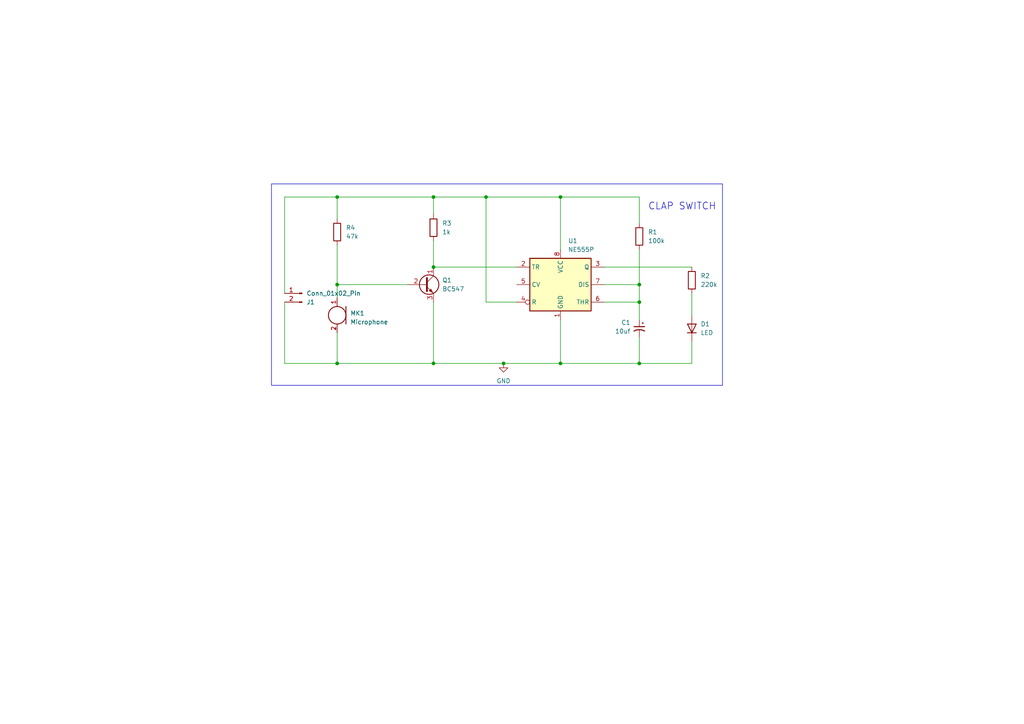
<source format=kicad_sch>
(kicad_sch
	(version 20231120)
	(generator "eeschema")
	(generator_version "8.0")
	(uuid "3a64b0db-5bee-44ff-89c7-ad03389b058d")
	(paper "A4")
	(lib_symbols
		(symbol "Connector:Conn_01x02_Pin"
			(pin_names
				(offset 1.016) hide)
			(exclude_from_sim no)
			(in_bom yes)
			(on_board yes)
			(property "Reference" "J"
				(at 0 2.54 0)
				(effects
					(font
						(size 1.27 1.27)
					)
				)
			)
			(property "Value" "Conn_01x02_Pin"
				(at 0 -5.08 0)
				(effects
					(font
						(size 1.27 1.27)
					)
				)
			)
			(property "Footprint" ""
				(at 0 0 0)
				(effects
					(font
						(size 1.27 1.27)
					)
					(hide yes)
				)
			)
			(property "Datasheet" "~"
				(at 0 0 0)
				(effects
					(font
						(size 1.27 1.27)
					)
					(hide yes)
				)
			)
			(property "Description" "Generic connector, single row, 01x02, script generated"
				(at 0 0 0)
				(effects
					(font
						(size 1.27 1.27)
					)
					(hide yes)
				)
			)
			(property "ki_locked" ""
				(at 0 0 0)
				(effects
					(font
						(size 1.27 1.27)
					)
				)
			)
			(property "ki_keywords" "connector"
				(at 0 0 0)
				(effects
					(font
						(size 1.27 1.27)
					)
					(hide yes)
				)
			)
			(property "ki_fp_filters" "Connector*:*_1x??_*"
				(at 0 0 0)
				(effects
					(font
						(size 1.27 1.27)
					)
					(hide yes)
				)
			)
			(symbol "Conn_01x02_Pin_1_1"
				(polyline
					(pts
						(xy 1.27 -2.54) (xy 0.8636 -2.54)
					)
					(stroke
						(width 0.1524)
						(type default)
					)
					(fill
						(type none)
					)
				)
				(polyline
					(pts
						(xy 1.27 0) (xy 0.8636 0)
					)
					(stroke
						(width 0.1524)
						(type default)
					)
					(fill
						(type none)
					)
				)
				(rectangle
					(start 0.8636 -2.413)
					(end 0 -2.667)
					(stroke
						(width 0.1524)
						(type default)
					)
					(fill
						(type outline)
					)
				)
				(rectangle
					(start 0.8636 0.127)
					(end 0 -0.127)
					(stroke
						(width 0.1524)
						(type default)
					)
					(fill
						(type outline)
					)
				)
				(pin passive line
					(at 5.08 0 180)
					(length 3.81)
					(name "Pin_1"
						(effects
							(font
								(size 1.27 1.27)
							)
						)
					)
					(number "1"
						(effects
							(font
								(size 1.27 1.27)
							)
						)
					)
				)
				(pin passive line
					(at 5.08 -2.54 180)
					(length 3.81)
					(name "Pin_2"
						(effects
							(font
								(size 1.27 1.27)
							)
						)
					)
					(number "2"
						(effects
							(font
								(size 1.27 1.27)
							)
						)
					)
				)
			)
		)
		(symbol "Device:C_Polarized_Small_US"
			(pin_numbers hide)
			(pin_names
				(offset 0.254) hide)
			(exclude_from_sim no)
			(in_bom yes)
			(on_board yes)
			(property "Reference" "C"
				(at 0.254 1.778 0)
				(effects
					(font
						(size 1.27 1.27)
					)
					(justify left)
				)
			)
			(property "Value" "C_Polarized_Small_US"
				(at 0.254 -2.032 0)
				(effects
					(font
						(size 1.27 1.27)
					)
					(justify left)
				)
			)
			(property "Footprint" ""
				(at 0 0 0)
				(effects
					(font
						(size 1.27 1.27)
					)
					(hide yes)
				)
			)
			(property "Datasheet" "~"
				(at 0 0 0)
				(effects
					(font
						(size 1.27 1.27)
					)
					(hide yes)
				)
			)
			(property "Description" "Polarized capacitor, small US symbol"
				(at 0 0 0)
				(effects
					(font
						(size 1.27 1.27)
					)
					(hide yes)
				)
			)
			(property "ki_keywords" "cap capacitor"
				(at 0 0 0)
				(effects
					(font
						(size 1.27 1.27)
					)
					(hide yes)
				)
			)
			(property "ki_fp_filters" "CP_*"
				(at 0 0 0)
				(effects
					(font
						(size 1.27 1.27)
					)
					(hide yes)
				)
			)
			(symbol "C_Polarized_Small_US_0_1"
				(polyline
					(pts
						(xy -1.524 0.508) (xy 1.524 0.508)
					)
					(stroke
						(width 0.3048)
						(type default)
					)
					(fill
						(type none)
					)
				)
				(polyline
					(pts
						(xy -1.27 1.524) (xy -0.762 1.524)
					)
					(stroke
						(width 0)
						(type default)
					)
					(fill
						(type none)
					)
				)
				(polyline
					(pts
						(xy -1.016 1.27) (xy -1.016 1.778)
					)
					(stroke
						(width 0)
						(type default)
					)
					(fill
						(type none)
					)
				)
				(arc
					(start 1.524 -0.762)
					(mid 0 -0.3734)
					(end -1.524 -0.762)
					(stroke
						(width 0.3048)
						(type default)
					)
					(fill
						(type none)
					)
				)
			)
			(symbol "C_Polarized_Small_US_1_1"
				(pin passive line
					(at 0 2.54 270)
					(length 2.032)
					(name "~"
						(effects
							(font
								(size 1.27 1.27)
							)
						)
					)
					(number "1"
						(effects
							(font
								(size 1.27 1.27)
							)
						)
					)
				)
				(pin passive line
					(at 0 -2.54 90)
					(length 2.032)
					(name "~"
						(effects
							(font
								(size 1.27 1.27)
							)
						)
					)
					(number "2"
						(effects
							(font
								(size 1.27 1.27)
							)
						)
					)
				)
			)
		)
		(symbol "Device:D"
			(pin_numbers hide)
			(pin_names
				(offset 1.016) hide)
			(exclude_from_sim no)
			(in_bom yes)
			(on_board yes)
			(property "Reference" "D"
				(at 0 2.54 0)
				(effects
					(font
						(size 1.27 1.27)
					)
				)
			)
			(property "Value" "D"
				(at 0 -2.54 0)
				(effects
					(font
						(size 1.27 1.27)
					)
				)
			)
			(property "Footprint" ""
				(at 0 0 0)
				(effects
					(font
						(size 1.27 1.27)
					)
					(hide yes)
				)
			)
			(property "Datasheet" "~"
				(at 0 0 0)
				(effects
					(font
						(size 1.27 1.27)
					)
					(hide yes)
				)
			)
			(property "Description" "Diode"
				(at 0 0 0)
				(effects
					(font
						(size 1.27 1.27)
					)
					(hide yes)
				)
			)
			(property "Sim.Device" "D"
				(at 0 0 0)
				(effects
					(font
						(size 1.27 1.27)
					)
					(hide yes)
				)
			)
			(property "Sim.Pins" "1=K 2=A"
				(at 0 0 0)
				(effects
					(font
						(size 1.27 1.27)
					)
					(hide yes)
				)
			)
			(property "ki_keywords" "diode"
				(at 0 0 0)
				(effects
					(font
						(size 1.27 1.27)
					)
					(hide yes)
				)
			)
			(property "ki_fp_filters" "TO-???* *_Diode_* *SingleDiode* D_*"
				(at 0 0 0)
				(effects
					(font
						(size 1.27 1.27)
					)
					(hide yes)
				)
			)
			(symbol "D_0_1"
				(polyline
					(pts
						(xy -1.27 1.27) (xy -1.27 -1.27)
					)
					(stroke
						(width 0.254)
						(type default)
					)
					(fill
						(type none)
					)
				)
				(polyline
					(pts
						(xy 1.27 0) (xy -1.27 0)
					)
					(stroke
						(width 0)
						(type default)
					)
					(fill
						(type none)
					)
				)
				(polyline
					(pts
						(xy 1.27 1.27) (xy 1.27 -1.27) (xy -1.27 0) (xy 1.27 1.27)
					)
					(stroke
						(width 0.254)
						(type default)
					)
					(fill
						(type none)
					)
				)
			)
			(symbol "D_1_1"
				(pin passive line
					(at -3.81 0 0)
					(length 2.54)
					(name "K"
						(effects
							(font
								(size 1.27 1.27)
							)
						)
					)
					(number "1"
						(effects
							(font
								(size 1.27 1.27)
							)
						)
					)
				)
				(pin passive line
					(at 3.81 0 180)
					(length 2.54)
					(name "A"
						(effects
							(font
								(size 1.27 1.27)
							)
						)
					)
					(number "2"
						(effects
							(font
								(size 1.27 1.27)
							)
						)
					)
				)
			)
		)
		(symbol "Device:Microphone"
			(pin_names
				(offset 0.0254) hide)
			(exclude_from_sim no)
			(in_bom yes)
			(on_board yes)
			(property "Reference" "MK"
				(at -3.81 1.27 0)
				(effects
					(font
						(size 1.27 1.27)
					)
					(justify right)
				)
			)
			(property "Value" "Microphone"
				(at -3.81 -0.635 0)
				(effects
					(font
						(size 1.27 1.27)
					)
					(justify right)
				)
			)
			(property "Footprint" ""
				(at 0 2.54 90)
				(effects
					(font
						(size 1.27 1.27)
					)
					(hide yes)
				)
			)
			(property "Datasheet" "~"
				(at 0 2.54 90)
				(effects
					(font
						(size 1.27 1.27)
					)
					(hide yes)
				)
			)
			(property "Description" "Microphone"
				(at 0 0 0)
				(effects
					(font
						(size 1.27 1.27)
					)
					(hide yes)
				)
			)
			(property "ki_keywords" "microphone"
				(at 0 0 0)
				(effects
					(font
						(size 1.27 1.27)
					)
					(hide yes)
				)
			)
			(symbol "Microphone_0_1"
				(polyline
					(pts
						(xy -2.54 2.54) (xy -2.54 -2.54)
					)
					(stroke
						(width 0.254)
						(type default)
					)
					(fill
						(type none)
					)
				)
				(polyline
					(pts
						(xy 0.254 3.81) (xy 0.762 3.81)
					)
					(stroke
						(width 0)
						(type default)
					)
					(fill
						(type none)
					)
				)
				(polyline
					(pts
						(xy 0.508 4.064) (xy 0.508 3.556)
					)
					(stroke
						(width 0)
						(type default)
					)
					(fill
						(type none)
					)
				)
				(circle
					(center 0 0)
					(radius 2.54)
					(stroke
						(width 0.254)
						(type default)
					)
					(fill
						(type none)
					)
				)
			)
			(symbol "Microphone_1_1"
				(pin passive line
					(at 0 -5.08 90)
					(length 2.54)
					(name "-"
						(effects
							(font
								(size 1.27 1.27)
							)
						)
					)
					(number "1"
						(effects
							(font
								(size 1.27 1.27)
							)
						)
					)
				)
				(pin passive line
					(at 0 5.08 270)
					(length 2.54)
					(name "+"
						(effects
							(font
								(size 1.27 1.27)
							)
						)
					)
					(number "2"
						(effects
							(font
								(size 1.27 1.27)
							)
						)
					)
				)
			)
		)
		(symbol "Device:R"
			(pin_numbers hide)
			(pin_names
				(offset 0)
			)
			(exclude_from_sim no)
			(in_bom yes)
			(on_board yes)
			(property "Reference" "R"
				(at 2.032 0 90)
				(effects
					(font
						(size 1.27 1.27)
					)
				)
			)
			(property "Value" "R"
				(at 0 0 90)
				(effects
					(font
						(size 1.27 1.27)
					)
				)
			)
			(property "Footprint" ""
				(at -1.778 0 90)
				(effects
					(font
						(size 1.27 1.27)
					)
					(hide yes)
				)
			)
			(property "Datasheet" "~"
				(at 0 0 0)
				(effects
					(font
						(size 1.27 1.27)
					)
					(hide yes)
				)
			)
			(property "Description" "Resistor"
				(at 0 0 0)
				(effects
					(font
						(size 1.27 1.27)
					)
					(hide yes)
				)
			)
			(property "ki_keywords" "R res resistor"
				(at 0 0 0)
				(effects
					(font
						(size 1.27 1.27)
					)
					(hide yes)
				)
			)
			(property "ki_fp_filters" "R_*"
				(at 0 0 0)
				(effects
					(font
						(size 1.27 1.27)
					)
					(hide yes)
				)
			)
			(symbol "R_0_1"
				(rectangle
					(start -1.016 -2.54)
					(end 1.016 2.54)
					(stroke
						(width 0.254)
						(type default)
					)
					(fill
						(type none)
					)
				)
			)
			(symbol "R_1_1"
				(pin passive line
					(at 0 3.81 270)
					(length 1.27)
					(name "~"
						(effects
							(font
								(size 1.27 1.27)
							)
						)
					)
					(number "1"
						(effects
							(font
								(size 1.27 1.27)
							)
						)
					)
				)
				(pin passive line
					(at 0 -3.81 90)
					(length 1.27)
					(name "~"
						(effects
							(font
								(size 1.27 1.27)
							)
						)
					)
					(number "2"
						(effects
							(font
								(size 1.27 1.27)
							)
						)
					)
				)
			)
		)
		(symbol "Timer:NE555P"
			(exclude_from_sim no)
			(in_bom yes)
			(on_board yes)
			(property "Reference" "U"
				(at -10.16 8.89 0)
				(effects
					(font
						(size 1.27 1.27)
					)
					(justify left)
				)
			)
			(property "Value" "NE555P"
				(at 2.54 8.89 0)
				(effects
					(font
						(size 1.27 1.27)
					)
					(justify left)
				)
			)
			(property "Footprint" "Package_DIP:DIP-8_W7.62mm"
				(at 16.51 -10.16 0)
				(effects
					(font
						(size 1.27 1.27)
					)
					(hide yes)
				)
			)
			(property "Datasheet" "http://www.ti.com/lit/ds/symlink/ne555.pdf"
				(at 21.59 -10.16 0)
				(effects
					(font
						(size 1.27 1.27)
					)
					(hide yes)
				)
			)
			(property "Description" "Precision Timers, 555 compatible,  PDIP-8"
				(at 0 0 0)
				(effects
					(font
						(size 1.27 1.27)
					)
					(hide yes)
				)
			)
			(property "ki_keywords" "single timer 555"
				(at 0 0 0)
				(effects
					(font
						(size 1.27 1.27)
					)
					(hide yes)
				)
			)
			(property "ki_fp_filters" "DIP*W7.62mm*"
				(at 0 0 0)
				(effects
					(font
						(size 1.27 1.27)
					)
					(hide yes)
				)
			)
			(symbol "NE555P_0_0"
				(pin power_in line
					(at 0 -10.16 90)
					(length 2.54)
					(name "GND"
						(effects
							(font
								(size 1.27 1.27)
							)
						)
					)
					(number "1"
						(effects
							(font
								(size 1.27 1.27)
							)
						)
					)
				)
				(pin power_in line
					(at 0 10.16 270)
					(length 2.54)
					(name "VCC"
						(effects
							(font
								(size 1.27 1.27)
							)
						)
					)
					(number "8"
						(effects
							(font
								(size 1.27 1.27)
							)
						)
					)
				)
			)
			(symbol "NE555P_0_1"
				(rectangle
					(start -8.89 -7.62)
					(end 8.89 7.62)
					(stroke
						(width 0.254)
						(type default)
					)
					(fill
						(type background)
					)
				)
				(rectangle
					(start -8.89 -7.62)
					(end 8.89 7.62)
					(stroke
						(width 0.254)
						(type default)
					)
					(fill
						(type background)
					)
				)
			)
			(symbol "NE555P_1_1"
				(pin input line
					(at -12.7 5.08 0)
					(length 3.81)
					(name "TR"
						(effects
							(font
								(size 1.27 1.27)
							)
						)
					)
					(number "2"
						(effects
							(font
								(size 1.27 1.27)
							)
						)
					)
				)
				(pin output line
					(at 12.7 5.08 180)
					(length 3.81)
					(name "Q"
						(effects
							(font
								(size 1.27 1.27)
							)
						)
					)
					(number "3"
						(effects
							(font
								(size 1.27 1.27)
							)
						)
					)
				)
				(pin input inverted
					(at -12.7 -5.08 0)
					(length 3.81)
					(name "R"
						(effects
							(font
								(size 1.27 1.27)
							)
						)
					)
					(number "4"
						(effects
							(font
								(size 1.27 1.27)
							)
						)
					)
				)
				(pin input line
					(at -12.7 0 0)
					(length 3.81)
					(name "CV"
						(effects
							(font
								(size 1.27 1.27)
							)
						)
					)
					(number "5"
						(effects
							(font
								(size 1.27 1.27)
							)
						)
					)
				)
				(pin input line
					(at 12.7 -5.08 180)
					(length 3.81)
					(name "THR"
						(effects
							(font
								(size 1.27 1.27)
							)
						)
					)
					(number "6"
						(effects
							(font
								(size 1.27 1.27)
							)
						)
					)
				)
				(pin input line
					(at 12.7 0 180)
					(length 3.81)
					(name "DIS"
						(effects
							(font
								(size 1.27 1.27)
							)
						)
					)
					(number "7"
						(effects
							(font
								(size 1.27 1.27)
							)
						)
					)
				)
			)
		)
		(symbol "Transistor_BJT:BC547"
			(pin_names
				(offset 0) hide)
			(exclude_from_sim no)
			(in_bom yes)
			(on_board yes)
			(property "Reference" "Q"
				(at 5.08 1.905 0)
				(effects
					(font
						(size 1.27 1.27)
					)
					(justify left)
				)
			)
			(property "Value" "BC547"
				(at 5.08 0 0)
				(effects
					(font
						(size 1.27 1.27)
					)
					(justify left)
				)
			)
			(property "Footprint" "Package_TO_SOT_THT:TO-92_Inline"
				(at 5.08 -1.905 0)
				(effects
					(font
						(size 1.27 1.27)
						(italic yes)
					)
					(justify left)
					(hide yes)
				)
			)
			(property "Datasheet" "https://www.onsemi.com/pub/Collateral/BC550-D.pdf"
				(at 0 0 0)
				(effects
					(font
						(size 1.27 1.27)
					)
					(justify left)
					(hide yes)
				)
			)
			(property "Description" "0.1A Ic, 45V Vce, Small Signal NPN Transistor, TO-92"
				(at 0 0 0)
				(effects
					(font
						(size 1.27 1.27)
					)
					(hide yes)
				)
			)
			(property "ki_keywords" "NPN Transistor"
				(at 0 0 0)
				(effects
					(font
						(size 1.27 1.27)
					)
					(hide yes)
				)
			)
			(property "ki_fp_filters" "TO?92*"
				(at 0 0 0)
				(effects
					(font
						(size 1.27 1.27)
					)
					(hide yes)
				)
			)
			(symbol "BC547_0_1"
				(polyline
					(pts
						(xy 0 0) (xy 0.635 0)
					)
					(stroke
						(width 0)
						(type default)
					)
					(fill
						(type none)
					)
				)
				(polyline
					(pts
						(xy 0.635 0.635) (xy 2.54 2.54)
					)
					(stroke
						(width 0)
						(type default)
					)
					(fill
						(type none)
					)
				)
				(polyline
					(pts
						(xy 0.635 -0.635) (xy 2.54 -2.54) (xy 2.54 -2.54)
					)
					(stroke
						(width 0)
						(type default)
					)
					(fill
						(type none)
					)
				)
				(polyline
					(pts
						(xy 0.635 1.905) (xy 0.635 -1.905) (xy 0.635 -1.905)
					)
					(stroke
						(width 0.508)
						(type default)
					)
					(fill
						(type none)
					)
				)
				(polyline
					(pts
						(xy 1.27 -1.778) (xy 1.778 -1.27) (xy 2.286 -2.286) (xy 1.27 -1.778) (xy 1.27 -1.778)
					)
					(stroke
						(width 0)
						(type default)
					)
					(fill
						(type outline)
					)
				)
				(circle
					(center 1.27 0)
					(radius 2.8194)
					(stroke
						(width 0.254)
						(type default)
					)
					(fill
						(type none)
					)
				)
			)
			(symbol "BC547_1_1"
				(pin passive line
					(at 2.54 5.08 270)
					(length 2.54)
					(name "C"
						(effects
							(font
								(size 1.27 1.27)
							)
						)
					)
					(number "1"
						(effects
							(font
								(size 1.27 1.27)
							)
						)
					)
				)
				(pin input line
					(at -5.08 0 0)
					(length 5.08)
					(name "B"
						(effects
							(font
								(size 1.27 1.27)
							)
						)
					)
					(number "2"
						(effects
							(font
								(size 1.27 1.27)
							)
						)
					)
				)
				(pin passive line
					(at 2.54 -5.08 90)
					(length 2.54)
					(name "E"
						(effects
							(font
								(size 1.27 1.27)
							)
						)
					)
					(number "3"
						(effects
							(font
								(size 1.27 1.27)
							)
						)
					)
				)
			)
		)
		(symbol "power:GND"
			(power)
			(pin_numbers hide)
			(pin_names
				(offset 0) hide)
			(exclude_from_sim no)
			(in_bom yes)
			(on_board yes)
			(property "Reference" "#PWR"
				(at 0 -6.35 0)
				(effects
					(font
						(size 1.27 1.27)
					)
					(hide yes)
				)
			)
			(property "Value" "GND"
				(at 0 -3.81 0)
				(effects
					(font
						(size 1.27 1.27)
					)
				)
			)
			(property "Footprint" ""
				(at 0 0 0)
				(effects
					(font
						(size 1.27 1.27)
					)
					(hide yes)
				)
			)
			(property "Datasheet" ""
				(at 0 0 0)
				(effects
					(font
						(size 1.27 1.27)
					)
					(hide yes)
				)
			)
			(property "Description" "Power symbol creates a global label with name \"GND\" , ground"
				(at 0 0 0)
				(effects
					(font
						(size 1.27 1.27)
					)
					(hide yes)
				)
			)
			(property "ki_keywords" "global power"
				(at 0 0 0)
				(effects
					(font
						(size 1.27 1.27)
					)
					(hide yes)
				)
			)
			(symbol "GND_0_1"
				(polyline
					(pts
						(xy 0 0) (xy 0 -1.27) (xy 1.27 -1.27) (xy 0 -2.54) (xy -1.27 -1.27) (xy 0 -1.27)
					)
					(stroke
						(width 0)
						(type default)
					)
					(fill
						(type none)
					)
				)
			)
			(symbol "GND_1_1"
				(pin power_in line
					(at 0 0 270)
					(length 0)
					(name "~"
						(effects
							(font
								(size 1.27 1.27)
							)
						)
					)
					(number "1"
						(effects
							(font
								(size 1.27 1.27)
							)
						)
					)
				)
			)
		)
	)
	(junction
		(at 162.56 105.41)
		(diameter 0)
		(color 0 0 0 0)
		(uuid "0ee560fb-145e-482f-8502-3b71bef90024")
	)
	(junction
		(at 185.42 82.55)
		(diameter 0)
		(color 0 0 0 0)
		(uuid "5d53c04e-bbcf-48ad-a3d5-7e383613f7f3")
	)
	(junction
		(at 125.73 57.15)
		(diameter 0)
		(color 0 0 0 0)
		(uuid "60f69404-a365-4e27-8492-135875a0028d")
	)
	(junction
		(at 140.97 57.15)
		(diameter 0)
		(color 0 0 0 0)
		(uuid "7402e80d-f1d5-469d-adf3-da2fad783339")
	)
	(junction
		(at 185.42 105.41)
		(diameter 0)
		(color 0 0 0 0)
		(uuid "747dfea7-7448-42b5-bce0-24cd36d6fb88")
	)
	(junction
		(at 125.73 105.41)
		(diameter 0)
		(color 0 0 0 0)
		(uuid "9b66a2b8-48aa-416b-9f22-ece4ac66ea88")
	)
	(junction
		(at 185.42 87.63)
		(diameter 0)
		(color 0 0 0 0)
		(uuid "9c8bb12d-ff37-4038-9b75-d6d777d46c81")
	)
	(junction
		(at 97.79 82.55)
		(diameter 0)
		(color 0 0 0 0)
		(uuid "a0e6c776-2671-44ea-925d-e4d2fcf91718")
	)
	(junction
		(at 97.79 57.15)
		(diameter 0)
		(color 0 0 0 0)
		(uuid "a1987fe1-738f-40c0-9a7e-21f228b8db14")
	)
	(junction
		(at 97.79 105.41)
		(diameter 0)
		(color 0 0 0 0)
		(uuid "a3057484-bcbc-43a1-91d0-7c013e69ee37")
	)
	(junction
		(at 146.05 105.41)
		(diameter 0)
		(color 0 0 0 0)
		(uuid "bffa5f12-9fe3-43f4-a198-b8690643bcd3")
	)
	(junction
		(at 162.56 57.15)
		(diameter 0)
		(color 0 0 0 0)
		(uuid "d31ce02b-736e-4808-ab45-01ee0a439a88")
	)
	(junction
		(at 125.73 77.47)
		(diameter 0)
		(color 0 0 0 0)
		(uuid "edc90757-d475-498b-a745-95966cd62e31")
	)
	(wire
		(pts
			(xy 118.11 82.55) (xy 97.79 82.55)
		)
		(stroke
			(width 0)
			(type default)
		)
		(uuid "05fd7bef-7644-4f57-8e0e-478d39012e7f")
	)
	(wire
		(pts
			(xy 185.42 72.39) (xy 185.42 82.55)
		)
		(stroke
			(width 0)
			(type default)
		)
		(uuid "0fabdf8e-9eab-4872-bb3b-a124e18695d5")
	)
	(wire
		(pts
			(xy 175.26 77.47) (xy 200.66 77.47)
		)
		(stroke
			(width 0)
			(type default)
		)
		(uuid "14a01b71-19b0-4727-b5b1-df29b1c2cd03")
	)
	(wire
		(pts
			(xy 125.73 87.63) (xy 125.73 105.41)
		)
		(stroke
			(width 0)
			(type default)
		)
		(uuid "1f18d65a-738f-4b37-9ca1-731a73e585eb")
	)
	(wire
		(pts
			(xy 125.73 69.85) (xy 125.73 77.47)
		)
		(stroke
			(width 0)
			(type default)
		)
		(uuid "27403a86-af57-43e3-ba40-4d70719f4527")
	)
	(wire
		(pts
			(xy 140.97 57.15) (xy 162.56 57.15)
		)
		(stroke
			(width 0)
			(type default)
		)
		(uuid "2f0d462c-2876-4e70-8f31-f9a97bd453e5")
	)
	(wire
		(pts
			(xy 200.66 85.09) (xy 200.66 91.44)
		)
		(stroke
			(width 0)
			(type default)
		)
		(uuid "311e78f4-7630-46e9-9ed7-1ffbc2efe737")
	)
	(wire
		(pts
			(xy 82.55 87.63) (xy 82.55 105.41)
		)
		(stroke
			(width 0)
			(type default)
		)
		(uuid "3883d3a1-dfdb-421e-b655-0847f0acc6e7")
	)
	(wire
		(pts
			(xy 125.73 62.23) (xy 125.73 57.15)
		)
		(stroke
			(width 0)
			(type default)
		)
		(uuid "3bef707b-f9c3-4a3a-968e-310d8d253ab9")
	)
	(wire
		(pts
			(xy 200.66 99.06) (xy 200.66 105.41)
		)
		(stroke
			(width 0)
			(type default)
		)
		(uuid "3d89a2b7-0a12-4cbc-9edf-fdae26aec421")
	)
	(wire
		(pts
			(xy 175.26 87.63) (xy 185.42 87.63)
		)
		(stroke
			(width 0)
			(type default)
		)
		(uuid "45766195-b258-4677-bfa1-17dff92c8125")
	)
	(wire
		(pts
			(xy 185.42 82.55) (xy 185.42 87.63)
		)
		(stroke
			(width 0)
			(type default)
		)
		(uuid "498eadc7-cd18-41f2-b476-000f211c1b5d")
	)
	(wire
		(pts
			(xy 97.79 63.5) (xy 97.79 57.15)
		)
		(stroke
			(width 0)
			(type default)
		)
		(uuid "517b4885-619e-4770-bf54-49b6b0f86c9c")
	)
	(wire
		(pts
			(xy 146.05 105.41) (xy 162.56 105.41)
		)
		(stroke
			(width 0)
			(type default)
		)
		(uuid "53f157cd-ac48-4686-bf3e-5a35e91c98ac")
	)
	(wire
		(pts
			(xy 185.42 87.63) (xy 185.42 92.71)
		)
		(stroke
			(width 0)
			(type default)
		)
		(uuid "56409af8-0b6d-4c8b-a2f4-79a41dffdcf1")
	)
	(wire
		(pts
			(xy 97.79 57.15) (xy 125.73 57.15)
		)
		(stroke
			(width 0)
			(type default)
		)
		(uuid "58efeb31-f606-47ed-b8fb-71bf8b99d2f4")
	)
	(wire
		(pts
			(xy 175.26 82.55) (xy 185.42 82.55)
		)
		(stroke
			(width 0)
			(type default)
		)
		(uuid "630867e1-7e2d-4095-b1ca-264ea8094c6a")
	)
	(wire
		(pts
			(xy 97.79 105.41) (xy 125.73 105.41)
		)
		(stroke
			(width 0)
			(type default)
		)
		(uuid "6e7fac4b-83a7-4d81-a715-c47a481b087c")
	)
	(wire
		(pts
			(xy 149.86 87.63) (xy 140.97 87.63)
		)
		(stroke
			(width 0)
			(type default)
		)
		(uuid "76c8c580-2776-457b-a9c3-fcb302ee1413")
	)
	(wire
		(pts
			(xy 162.56 92.71) (xy 162.56 105.41)
		)
		(stroke
			(width 0)
			(type default)
		)
		(uuid "81943863-037f-4c17-9bb3-7ac85d1dabd5")
	)
	(wire
		(pts
			(xy 97.79 96.52) (xy 97.79 105.41)
		)
		(stroke
			(width 0)
			(type default)
		)
		(uuid "82f9d840-8831-4c26-b2c4-032ac786246c")
	)
	(wire
		(pts
			(xy 125.73 57.15) (xy 140.97 57.15)
		)
		(stroke
			(width 0)
			(type default)
		)
		(uuid "86862c2c-a3cb-4fb0-88dd-2fdc274da675")
	)
	(wire
		(pts
			(xy 140.97 87.63) (xy 140.97 57.15)
		)
		(stroke
			(width 0)
			(type default)
		)
		(uuid "8931b485-326c-450f-b009-5728724fcb91")
	)
	(wire
		(pts
			(xy 185.42 105.41) (xy 185.42 97.79)
		)
		(stroke
			(width 0)
			(type default)
		)
		(uuid "89cd9935-82e9-4f82-a1cb-c6dbfb5e66d6")
	)
	(wire
		(pts
			(xy 149.86 77.47) (xy 125.73 77.47)
		)
		(stroke
			(width 0)
			(type default)
		)
		(uuid "9c43a670-f11f-4785-9f04-74614309e9c0")
	)
	(wire
		(pts
			(xy 97.79 71.12) (xy 97.79 82.55)
		)
		(stroke
			(width 0)
			(type default)
		)
		(uuid "9d0a72c6-899c-4c8a-a3ae-ee7605f05cbb")
	)
	(wire
		(pts
			(xy 97.79 82.55) (xy 97.79 86.36)
		)
		(stroke
			(width 0)
			(type default)
		)
		(uuid "a4e4a21a-ca97-4f2b-82a2-77f62707c17c")
	)
	(wire
		(pts
			(xy 125.73 105.41) (xy 146.05 105.41)
		)
		(stroke
			(width 0)
			(type default)
		)
		(uuid "c8601893-77c2-467d-9b7a-9c2c36049164")
	)
	(wire
		(pts
			(xy 200.66 105.41) (xy 185.42 105.41)
		)
		(stroke
			(width 0)
			(type default)
		)
		(uuid "c86a0392-c70a-447f-b4a8-4b42cd1d3f22")
	)
	(wire
		(pts
			(xy 162.56 72.39) (xy 162.56 57.15)
		)
		(stroke
			(width 0)
			(type default)
		)
		(uuid "d274cb18-1d56-417a-94c5-2b00e37209dd")
	)
	(wire
		(pts
			(xy 185.42 57.15) (xy 185.42 64.77)
		)
		(stroke
			(width 0)
			(type default)
		)
		(uuid "d62b95f0-43c1-47b6-a189-a7988b76b98f")
	)
	(wire
		(pts
			(xy 82.55 57.15) (xy 82.55 85.09)
		)
		(stroke
			(width 0)
			(type default)
		)
		(uuid "e23417af-2dd7-4cc2-aa93-8016318fe18e")
	)
	(wire
		(pts
			(xy 162.56 57.15) (xy 185.42 57.15)
		)
		(stroke
			(width 0)
			(type default)
		)
		(uuid "e62ca801-d89e-44a3-9bde-2c4d3df34b85")
	)
	(wire
		(pts
			(xy 82.55 57.15) (xy 97.79 57.15)
		)
		(stroke
			(width 0)
			(type default)
		)
		(uuid "e965b0a9-7387-456f-a289-42d838c9cc08")
	)
	(wire
		(pts
			(xy 162.56 105.41) (xy 185.42 105.41)
		)
		(stroke
			(width 0)
			(type default)
		)
		(uuid "f540d117-0640-4ce4-80fe-f30684794158")
	)
	(wire
		(pts
			(xy 82.55 105.41) (xy 97.79 105.41)
		)
		(stroke
			(width 0)
			(type default)
		)
		(uuid "fda8c9dd-caaf-4826-8a33-a6c1e4104444")
	)
	(rectangle
		(start 78.74 53.34)
		(end 209.55 111.76)
		(stroke
			(width 0)
			(type default)
		)
		(fill
			(type none)
		)
		(uuid 0aa237ed-11d4-407b-8930-ded9192e673f)
	)
	(text "CLAP SWITCH\n"
		(exclude_from_sim no)
		(at 197.866 59.944 0)
		(effects
			(font
				(size 2 2)
			)
		)
		(uuid "bdbf017c-03e6-41c2-9e6f-10b24ed8a454")
	)
	(symbol
		(lib_id "power:GND")
		(at 146.05 105.41 0)
		(unit 1)
		(exclude_from_sim no)
		(in_bom yes)
		(on_board yes)
		(dnp no)
		(fields_autoplaced yes)
		(uuid "08d0ccb3-0bfc-4980-ba25-463ee78abc6b")
		(property "Reference" "#PWR01"
			(at 146.05 111.76 0)
			(effects
				(font
					(size 1.27 1.27)
				)
				(hide yes)
			)
		)
		(property "Value" "GND"
			(at 146.05 110.49 0)
			(effects
				(font
					(size 1.27 1.27)
				)
			)
		)
		(property "Footprint" ""
			(at 146.05 105.41 0)
			(effects
				(font
					(size 1.27 1.27)
				)
				(hide yes)
			)
		)
		(property "Datasheet" ""
			(at 146.05 105.41 0)
			(effects
				(font
					(size 1.27 1.27)
				)
				(hide yes)
			)
		)
		(property "Description" "Power symbol creates a global label with name \"GND\" , ground"
			(at 146.05 105.41 0)
			(effects
				(font
					(size 1.27 1.27)
				)
				(hide yes)
			)
		)
		(pin "1"
			(uuid "3b18910d-7ab7-4cfe-84b3-27cf1843b517")
		)
		(instances
			(project "clap switch"
				(path "/3a64b0db-5bee-44ff-89c7-ad03389b058d"
					(reference "#PWR01")
					(unit 1)
				)
			)
		)
	)
	(symbol
		(lib_id "Device:R")
		(at 185.42 68.58 0)
		(unit 1)
		(exclude_from_sim no)
		(in_bom yes)
		(on_board yes)
		(dnp no)
		(fields_autoplaced yes)
		(uuid "126c8b6c-31d6-4e39-ac56-ca99119a062b")
		(property "Reference" "R1"
			(at 187.96 67.3099 0)
			(effects
				(font
					(size 1.27 1.27)
				)
				(justify left)
			)
		)
		(property "Value" "100k"
			(at 187.96 69.8499 0)
			(effects
				(font
					(size 1.27 1.27)
				)
				(justify left)
			)
		)
		(property "Footprint" "Resistor_SMD:R_0402_1005Metric_Pad0.72x0.64mm_HandSolder"
			(at 183.642 68.58 90)
			(effects
				(font
					(size 1.27 1.27)
				)
				(hide yes)
			)
		)
		(property "Datasheet" "~"
			(at 185.42 68.58 0)
			(effects
				(font
					(size 1.27 1.27)
				)
				(hide yes)
			)
		)
		(property "Description" "Resistor"
			(at 185.42 68.58 0)
			(effects
				(font
					(size 1.27 1.27)
				)
				(hide yes)
			)
		)
		(pin "1"
			(uuid "b405cbc9-faf6-4dc8-b1c2-21963b4025ec")
		)
		(pin "2"
			(uuid "2a2923e8-5e36-410f-953b-b937c81213e2")
		)
		(instances
			(project "clap switch"
				(path "/3a64b0db-5bee-44ff-89c7-ad03389b058d"
					(reference "R1")
					(unit 1)
				)
			)
		)
	)
	(symbol
		(lib_id "Device:C_Polarized_Small_US")
		(at 185.42 95.25 0)
		(mirror y)
		(unit 1)
		(exclude_from_sim no)
		(in_bom yes)
		(on_board yes)
		(dnp no)
		(uuid "2b0c8ef3-9859-44df-bf27-2f5181efeed6")
		(property "Reference" "C1"
			(at 182.88 93.5481 0)
			(effects
				(font
					(size 1.27 1.27)
				)
				(justify left)
			)
		)
		(property "Value" "10uf"
			(at 182.88 96.0881 0)
			(effects
				(font
					(size 1.27 1.27)
				)
				(justify left)
			)
		)
		(property "Footprint" "Capacitor_SMD:C_0201_0603Metric"
			(at 185.42 95.25 0)
			(effects
				(font
					(size 1.27 1.27)
				)
				(hide yes)
			)
		)
		(property "Datasheet" "~"
			(at 185.42 95.25 0)
			(effects
				(font
					(size 1.27 1.27)
				)
				(hide yes)
			)
		)
		(property "Description" "Polarized capacitor, small US symbol"
			(at 185.42 95.25 0)
			(effects
				(font
					(size 1.27 1.27)
				)
				(hide yes)
			)
		)
		(pin "1"
			(uuid "d7622c45-18c4-4576-9d78-74e1e9fd389f")
		)
		(pin "2"
			(uuid "7e3bfdf1-015e-46e6-bbcb-47ddde961229")
		)
		(instances
			(project "clap switch"
				(path "/3a64b0db-5bee-44ff-89c7-ad03389b058d"
					(reference "C1")
					(unit 1)
				)
			)
		)
	)
	(symbol
		(lib_id "Device:R")
		(at 125.73 66.04 0)
		(unit 1)
		(exclude_from_sim no)
		(in_bom yes)
		(on_board yes)
		(dnp no)
		(fields_autoplaced yes)
		(uuid "44a3dc7a-1b17-48ee-ad63-07deb2ff8313")
		(property "Reference" "R3"
			(at 128.27 64.7699 0)
			(effects
				(font
					(size 1.27 1.27)
				)
				(justify left)
			)
		)
		(property "Value" "1k"
			(at 128.27 67.3099 0)
			(effects
				(font
					(size 1.27 1.27)
				)
				(justify left)
			)
		)
		(property "Footprint" "Resistor_SMD:R_0402_1005Metric_Pad0.72x0.64mm_HandSolder"
			(at 123.952 66.04 90)
			(effects
				(font
					(size 1.27 1.27)
				)
				(hide yes)
			)
		)
		(property "Datasheet" "~"
			(at 125.73 66.04 0)
			(effects
				(font
					(size 1.27 1.27)
				)
				(hide yes)
			)
		)
		(property "Description" "Resistor"
			(at 125.73 66.04 0)
			(effects
				(font
					(size 1.27 1.27)
				)
				(hide yes)
			)
		)
		(pin "1"
			(uuid "f3f2c1c2-691a-49a3-b377-20a4b67c4bb8")
		)
		(pin "2"
			(uuid "bbabe505-59f1-4581-8aa2-d513bd5f4770")
		)
		(instances
			(project "clap switch"
				(path "/3a64b0db-5bee-44ff-89c7-ad03389b058d"
					(reference "R3")
					(unit 1)
				)
			)
		)
	)
	(symbol
		(lib_id "Device:R")
		(at 200.66 81.28 0)
		(unit 1)
		(exclude_from_sim no)
		(in_bom yes)
		(on_board yes)
		(dnp no)
		(fields_autoplaced yes)
		(uuid "60f1c5b9-546a-4cb9-a979-452a687b8ee1")
		(property "Reference" "R2"
			(at 203.2 80.0099 0)
			(effects
				(font
					(size 1.27 1.27)
				)
				(justify left)
			)
		)
		(property "Value" "220k"
			(at 203.2 82.5499 0)
			(effects
				(font
					(size 1.27 1.27)
				)
				(justify left)
			)
		)
		(property "Footprint" "Resistor_SMD:R_0402_1005Metric_Pad0.72x0.64mm_HandSolder"
			(at 198.882 81.28 90)
			(effects
				(font
					(size 1.27 1.27)
				)
				(hide yes)
			)
		)
		(property "Datasheet" "~"
			(at 200.66 81.28 0)
			(effects
				(font
					(size 1.27 1.27)
				)
				(hide yes)
			)
		)
		(property "Description" "Resistor"
			(at 200.66 81.28 0)
			(effects
				(font
					(size 1.27 1.27)
				)
				(hide yes)
			)
		)
		(pin "2"
			(uuid "9cc65382-e1f4-4436-a5b0-b0a126e76da5")
		)
		(pin "1"
			(uuid "dfde35d5-16bf-493c-bec9-473f3db7e304")
		)
		(instances
			(project "clap switch"
				(path "/3a64b0db-5bee-44ff-89c7-ad03389b058d"
					(reference "R2")
					(unit 1)
				)
			)
		)
	)
	(symbol
		(lib_id "Device:D")
		(at 200.66 95.25 90)
		(unit 1)
		(exclude_from_sim no)
		(in_bom yes)
		(on_board yes)
		(dnp no)
		(fields_autoplaced yes)
		(uuid "6d8f21ab-214a-4fe6-983a-5dc394ce7722")
		(property "Reference" "D1"
			(at 203.2 93.9799 90)
			(effects
				(font
					(size 1.27 1.27)
				)
				(justify right)
			)
		)
		(property "Value" "LED"
			(at 203.2 96.5199 90)
			(effects
				(font
					(size 1.27 1.27)
				)
				(justify right)
			)
		)
		(property "Footprint" "LED_SMD:LED_0201_0603Metric_Pad0.64x0.40mm_HandSolder"
			(at 200.66 95.25 0)
			(effects
				(font
					(size 1.27 1.27)
				)
				(hide yes)
			)
		)
		(property "Datasheet" "~"
			(at 200.66 95.25 0)
			(effects
				(font
					(size 1.27 1.27)
				)
				(hide yes)
			)
		)
		(property "Description" "Diode"
			(at 200.66 95.25 0)
			(effects
				(font
					(size 1.27 1.27)
				)
				(hide yes)
			)
		)
		(property "Sim.Device" "D"
			(at 200.66 95.25 0)
			(effects
				(font
					(size 1.27 1.27)
				)
				(hide yes)
			)
		)
		(property "Sim.Pins" "1=K 2=A"
			(at 200.66 95.25 0)
			(effects
				(font
					(size 1.27 1.27)
				)
				(hide yes)
			)
		)
		(pin "1"
			(uuid "e37a73c0-edd7-4886-9323-abe2184aa119")
		)
		(pin "2"
			(uuid "66a93b07-3f49-4509-867e-0cdbb9672ff3")
		)
		(instances
			(project "clap switch"
				(path "/3a64b0db-5bee-44ff-89c7-ad03389b058d"
					(reference "D1")
					(unit 1)
				)
			)
		)
	)
	(symbol
		(lib_id "Device:Microphone")
		(at 97.79 91.44 180)
		(unit 1)
		(exclude_from_sim no)
		(in_bom yes)
		(on_board yes)
		(dnp no)
		(fields_autoplaced yes)
		(uuid "75d2e6a5-7cd1-464b-b452-fa77b68626fa")
		(property "Reference" "MK1"
			(at 101.6 90.8684 0)
			(effects
				(font
					(size 1.27 1.27)
				)
				(justify right)
			)
		)
		(property "Value" "Microphone"
			(at 101.6 93.4084 0)
			(effects
				(font
					(size 1.27 1.27)
				)
				(justify right)
			)
		)
		(property "Footprint" "Sensor_Audio:POM-2244P-C3310-2-R"
			(at 97.79 93.98 90)
			(effects
				(font
					(size 1.27 1.27)
				)
				(hide yes)
			)
		)
		(property "Datasheet" "~"
			(at 97.79 93.98 90)
			(effects
				(font
					(size 1.27 1.27)
				)
				(hide yes)
			)
		)
		(property "Description" "Microphone"
			(at 97.79 91.44 0)
			(effects
				(font
					(size 1.27 1.27)
				)
				(hide yes)
			)
		)
		(pin "2"
			(uuid "abf86cbe-6b9c-4d8a-8328-82b507840f6d")
		)
		(pin "1"
			(uuid "f08c0830-0462-4d05-ab9c-4d2aff16f8a3")
		)
		(instances
			(project "clap switch"
				(path "/3a64b0db-5bee-44ff-89c7-ad03389b058d"
					(reference "MK1")
					(unit 1)
				)
			)
		)
	)
	(symbol
		(lib_id "Timer:NE555P")
		(at 162.56 82.55 0)
		(unit 1)
		(exclude_from_sim no)
		(in_bom yes)
		(on_board yes)
		(dnp no)
		(fields_autoplaced yes)
		(uuid "8ba9d652-c33f-4d27-bae2-a6fd51f39056")
		(property "Reference" "U1"
			(at 164.7541 69.85 0)
			(effects
				(font
					(size 1.27 1.27)
				)
				(justify left)
			)
		)
		(property "Value" "NE555P"
			(at 164.7541 72.39 0)
			(effects
				(font
					(size 1.27 1.27)
				)
				(justify left)
			)
		)
		(property "Footprint" "Package_DIP:DIP-8_W7.62mm"
			(at 179.07 92.71 0)
			(effects
				(font
					(size 1.27 1.27)
				)
				(hide yes)
			)
		)
		(property "Datasheet" "http://www.ti.com/lit/ds/symlink/ne555.pdf"
			(at 184.15 92.71 0)
			(effects
				(font
					(size 1.27 1.27)
				)
				(hide yes)
			)
		)
		(property "Description" "Precision Timers, 555 compatible,  PDIP-8"
			(at 162.56 82.55 0)
			(effects
				(font
					(size 1.27 1.27)
				)
				(hide yes)
			)
		)
		(pin "4"
			(uuid "b9ca13ec-ddf8-42c0-99a8-08dde0d8ef19")
		)
		(pin "2"
			(uuid "38eddd4a-27fa-4239-b7b7-a5b774ca911d")
		)
		(pin "8"
			(uuid "a30bb576-8dfb-4ca8-acba-6461c59482df")
		)
		(pin "3"
			(uuid "9a8eec49-4d9f-4848-8baa-d6e3712211e5")
		)
		(pin "5"
			(uuid "1909e533-c1d6-496c-b968-015a3f2ea6c2")
		)
		(pin "6"
			(uuid "a1f4a3cb-3c21-4577-9554-1c06a0786661")
		)
		(pin "7"
			(uuid "897d9fa3-5b95-4d78-9a15-a055b962ec8c")
		)
		(pin "1"
			(uuid "b39ca04d-cd3c-4da6-865f-2d86f53a2a95")
		)
		(instances
			(project "clap switch"
				(path "/3a64b0db-5bee-44ff-89c7-ad03389b058d"
					(reference "U1")
					(unit 1)
				)
			)
		)
	)
	(symbol
		(lib_id "Device:R")
		(at 97.79 67.31 0)
		(unit 1)
		(exclude_from_sim no)
		(in_bom yes)
		(on_board yes)
		(dnp no)
		(fields_autoplaced yes)
		(uuid "a760355f-63ef-4b2c-8f07-0a5049d08e3c")
		(property "Reference" "R4"
			(at 100.33 66.0399 0)
			(effects
				(font
					(size 1.27 1.27)
				)
				(justify left)
			)
		)
		(property "Value" "47k"
			(at 100.33 68.5799 0)
			(effects
				(font
					(size 1.27 1.27)
				)
				(justify left)
			)
		)
		(property "Footprint" "Resistor_SMD:R_0402_1005Metric_Pad0.72x0.64mm_HandSolder"
			(at 96.012 67.31 90)
			(effects
				(font
					(size 1.27 1.27)
				)
				(hide yes)
			)
		)
		(property "Datasheet" "~"
			(at 97.79 67.31 0)
			(effects
				(font
					(size 1.27 1.27)
				)
				(hide yes)
			)
		)
		(property "Description" "Resistor"
			(at 97.79 67.31 0)
			(effects
				(font
					(size 1.27 1.27)
				)
				(hide yes)
			)
		)
		(pin "2"
			(uuid "ca66fedb-c8b0-47e3-9175-a258e90ea052")
		)
		(pin "1"
			(uuid "7e9c33fd-5b93-4ade-af41-893bec43642e")
		)
		(instances
			(project "clap switch"
				(path "/3a64b0db-5bee-44ff-89c7-ad03389b058d"
					(reference "R4")
					(unit 1)
				)
			)
		)
	)
	(symbol
		(lib_id "Transistor_BJT:BC547")
		(at 123.19 82.55 0)
		(unit 1)
		(exclude_from_sim no)
		(in_bom yes)
		(on_board yes)
		(dnp no)
		(fields_autoplaced yes)
		(uuid "be01cab1-0356-45c0-b90a-a1fb9e1d1268")
		(property "Reference" "Q1"
			(at 128.27 81.2799 0)
			(effects
				(font
					(size 1.27 1.27)
				)
				(justify left)
			)
		)
		(property "Value" "BC547"
			(at 128.27 83.8199 0)
			(effects
				(font
					(size 1.27 1.27)
				)
				(justify left)
			)
		)
		(property "Footprint" "Package_TO_SOT_THT:TO-92_Inline"
			(at 128.27 84.455 0)
			(effects
				(font
					(size 1.27 1.27)
					(italic yes)
				)
				(justify left)
				(hide yes)
			)
		)
		(property "Datasheet" "https://www.onsemi.com/pub/Collateral/BC550-D.pdf"
			(at 123.19 82.55 0)
			(effects
				(font
					(size 1.27 1.27)
				)
				(justify left)
				(hide yes)
			)
		)
		(property "Description" "0.1A Ic, 45V Vce, Small Signal NPN Transistor, TO-92"
			(at 123.19 82.55 0)
			(effects
				(font
					(size 1.27 1.27)
				)
				(hide yes)
			)
		)
		(pin "1"
			(uuid "7db03ea4-20aa-4223-bdff-fd66603418ef")
		)
		(pin "2"
			(uuid "2f3ffac7-fd0c-47d0-a2ed-da6726f35fc7")
		)
		(pin "3"
			(uuid "3dd40fef-7a62-4d6f-b887-560a24f0cdc5")
		)
		(instances
			(project "clap switch"
				(path "/3a64b0db-5bee-44ff-89c7-ad03389b058d"
					(reference "Q1")
					(unit 1)
				)
			)
		)
	)
	(symbol
		(lib_id "Connector:Conn_01x02_Pin")
		(at 87.63 85.09 0)
		(mirror y)
		(unit 1)
		(exclude_from_sim no)
		(in_bom yes)
		(on_board yes)
		(dnp no)
		(uuid "d01603b1-8a25-4335-b1c4-3ef56026b866")
		(property "Reference" "J1"
			(at 88.9 87.6301 0)
			(effects
				(font
					(size 1.27 1.27)
				)
				(justify right)
			)
		)
		(property "Value" "Conn_01x02_Pin"
			(at 88.9 85.0901 0)
			(effects
				(font
					(size 1.27 1.27)
				)
				(justify right)
			)
		)
		(property "Footprint" "Connector:JWT_A3963_1x02_P3.96mm_Vertical"
			(at 87.63 85.09 0)
			(effects
				(font
					(size 1.27 1.27)
				)
				(hide yes)
			)
		)
		(property "Datasheet" "~"
			(at 87.63 85.09 0)
			(effects
				(font
					(size 1.27 1.27)
				)
				(hide yes)
			)
		)
		(property "Description" "Generic connector, single row, 01x02, script generated"
			(at 87.63 85.09 0)
			(effects
				(font
					(size 1.27 1.27)
				)
				(hide yes)
			)
		)
		(pin "1"
			(uuid "6be7bb27-92f5-460a-b098-029009968d1e")
		)
		(pin "2"
			(uuid "2f350174-dbbb-42ee-8da3-8173db3e0004")
		)
		(instances
			(project "clap switch"
				(path "/3a64b0db-5bee-44ff-89c7-ad03389b058d"
					(reference "J1")
					(unit 1)
				)
			)
		)
	)
	(sheet_instances
		(path "/"
			(page "1")
		)
	)
)
</source>
